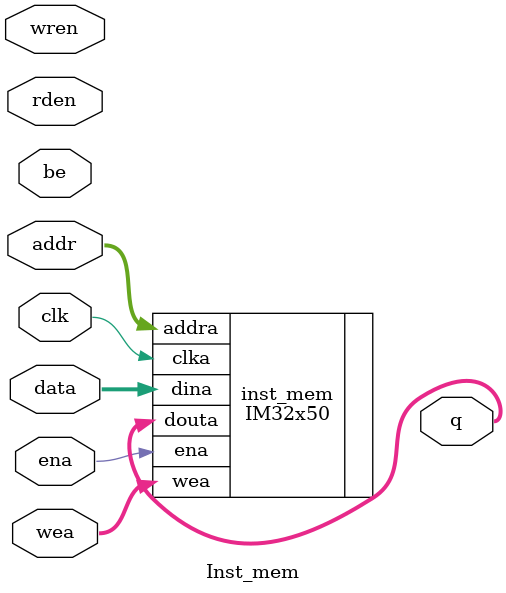
<source format=v>
/* ****************************************************************************
SPDX-FileCopyrightText: 2022 Jiho Kim <jhkim_ms@kau.kr>
SPDX-License-Identifier: CERN-OHL-S-2.0 or any later version

-- (C) Copyright 2022 Jiho Kim - All rights reserved.
-- Source file: Mem_Top.v           
-- Date:        December 2022
-- Author:      Jiho Kim
-- Description: Top modules of memory of ROSETTA
-- Language:    Verilog-2001
-- Simulation:  Synopsys - VCS
-- Synthesis:   Xilinst-Vivado 
-- License:     This project is licensed with the CERN Open Hardware Licence
--              v1.2.  You may redistribute and modify this project under the
--              terms of the CERN OHL v.1.2. (http://ohwr.org/cernohl).
--              This project is distributed WITHOUT ANY EXPRESS OR IMPLIED
--              WARRANTY, INCLUDING OF MERCHANTABILITY, SATISFACTORY QUALITY
--              AND FITNESS FOR A PARTICULAR PURPOSE. Please see the CERN OHL
--              v.1.2 for applicable Conditions.
-- ***************************************************************************/

module Act_mem #(
        parameter WIDTH = 512,
        parameter ADDR_WIDTH = 3,
        parameter P = 64
)( 
        input   wire                        enable,
        input   wire    [ADDR_WIDTH-1:0]    addr_a, addr_b, 
        input   wire    [WIDTH/8-1:0]       i_be_a,   i_be_b,
        input   wire    [P-1:0]             i_cs_a, i_cs_b,
        input   wire    [WIDTH-1:0]         data_a, data_b,
        input   wire                        wren_a, wren_b,
        output  wire    [WIDTH-1:0]         q_a, q_b,
        input   wire                        clock
);

    generate 
        genvar idx;
        for(idx = 0; idx < P; idx = idx+1) begin : act_mem

        `ifdef _QUARTUS
            Dual_Port_SRAM8b7 act_mem(
                .address_a(addr_a),
                .address_b(addr_b),
                .clock(clock),
                .data_a(data_a[8*(idx+1)-1:8*idx]),
                .data_b(data_b[8*(idx+1)-1:8*idx]),
                .wren_a(wren_a & i_be_a[idx]),
                .wren_b(wren_b & i_be_b[idx]),
                .q_a(q_a[8*(idx+1)-1:8*idx]),
                .q_b(q_b[8*(idx+1)-1:8*idx])
            );

        `elsif _RTLSIM
            Dual_Port_SRAM act_mem(
                .address_a(addr_a),
                .address_b(addr_b),
                .clock(clock),
                .enable((i_cs_a[63-idx] | i_cs_b[63-idx]) & enable),
                .data_a(data_a[8*(idx+1)-1:8*idx]),
                .data_b(data_b[8*(idx+1)-1:8*idx]),
                .wren_a(wren_a & i_be_a[idx]),
                .wren_b(wren_b & i_be_b[idx]),
                .q_a(q_a[8*(idx+1)-1:8*idx]),
                .q_b(q_b[8*(idx+1)-1:8*idx])
            );

        `else   
            AM8x16 act_mem (
                .clka(clock),                      
                .ena(i_cs_a[idx] & enable),       
                .wea(wren_a & i_be_a[idx]),       
                .addra(addr_a),                
                .dina(data_a[8*(idx+1)-1:8*idx]), 
                .douta(q_a[8*(idx+1)-1:8*idx]),   
                .clkb(clock),                     
                .enb(i_cs_b[idx] & enable),       
                .web(wren_b & i_be_b[idx]),       
                .addrb(addr_b),                
                .dinb(data_b[8*(idx+1)-1:8*idx]), 
                .doutb(q_b[8*(idx+1)-1:8*idx])    
            );
        `endif

        end        
    endgenerate

endmodule

module Wght_mem #(
        parameter WIDTH = 512,
        parameter ADDR_WIDTH = 11,
        parameter P = 64
)( 
        input   wire                        ena,
        input   wire    [ADDR_WIDTH-1:0]    addr, 
        input   wire    [WIDTH/8-1:0]       be, 
        input   wire    [P-1:0]             wea, 
        input   wire    [WIDTH-1:0]         data, 
        input   wire                        wren, 
        input   wire                        rden, 
        output  wire    [WIDTH-1:0]         q,
        input   wire                        clk
);

    `ifdef _QUARTUS
        Single_Port_SRAM512b1536 weight_mem(
                .address(addr),
                .byteena(be),
                .clock(clk),
                .clken(ena),
                .data(data),
                .rden(rden),
                .wren(wren),
                .q(q)
        );

    `elsif _RTLSIM
        Single_Port_SRAM #(
                .BYTE(8),
                .NUM_BYTE_IN_WORD(P*8/8),
                .DEPTH(1556),
                .ADDR_WIDTH(11)
        ) weight_mem(
                .address(addr),
                .byteena(be),
                .clock(clk),
                .clken(ena),
                .data(data),
                .rden(rden),
                .wren(wren),
                .q(q)
        );

    `else       
        WM512x1536 weight_mem (
                .clka(clk),
                .ena(ena),
                .wea(wea),
                .addra(addr),
                .dina(data),
                .douta(q)
        );

    `endif

endmodule

module Bias_mem #(
        parameter WIDTH = 512,
        parameter ADDR_WIDTH = 5,
        parameter P = 64
)( 
        input   wire                        ena,
        input   wire    [ADDR_WIDTH-1:0]    addr, 
        input   wire    [WIDTH/8-1:0]       be, 
        input   wire    [P-1:0]             wea, 
        input   wire    [WIDTH-1:0]         data, 
        input   wire                        wren, 
        input   wire                        rden, 
        output  wire    [WIDTH-1:0]         q,
        input   wire                        clk
);

    `ifdef _QUARTUS
        Single_Port_SRAM512b8 bias_mem(
                .address(addr),
                .byteena(be),
                .clock(clk),
                .clken(ena),
                .data(data),
                .rden(rden),        
                .wren(wren),
                .q(q)
        );
 
    `elsif _RTLSIM
        Single_Port_SRAM #(
                .BYTE(8),
                .NUM_BYTE_IN_WORD(P*8/8),
                .DEPTH(8),
                .ADDR_WIDTH(5)
        ) bias_mem(
                .address(addr),
                .byteena(be),
                .clock(clk),
                .clken(ena),
                .data(data),
                .rden(rden),        
                .wren(wren),
                .q(q)
        );

    `else       
        BM512x8 bias_mem (
                .clka(clk),
                .ena(ena),
                .wea(wea),
                .addra(addr[2:0]),
                .dina(data),
                .douta(q)
        );

    `endif

endmodule

module Inst_mem #(
        parameter WIDTH = 32,
        parameter ADDR_WIDTH = 8
)( 
        input   wire                        ena,
        input   wire    [ADDR_WIDTH-1:0]    addr, 
        input   wire    [WIDTH/8-1:0]       be, 
        input   wire    [3:0]               wea, 
        input   wire    [WIDTH-1:0]         data, 
        input   wire                        wren, 
        input   wire                        rden, 
        output  wire    [WIDTH-1:0]         q,
        input   wire                        clk
);

    `ifdef _QUARTUS
        Single_Port_SRAM32b50 inst_mem(
                .address(addr),
                .byteena(be),
                .clock(clk),
                .clken(ena),
                .data(data),
                .rden(rden),        
                .wren(wren),
                .q(q)
        );

    `elsif _RTLSIM
        Single_Port_SRAM #(
                .BYTE(8),
                .NUM_BYTE_IN_WORD(32/8),
                .DEPTH(50),
                .ADDR_WIDTH(8)
        ) inst_mem(
                .address(addr),
                .byteena(be),
                .clock(clk),
                .clken(ena),
                .data(data),
                .rden(rden),        
                .wren(wren),
                .q(q)
        );

    `else       
        IM32x50 inst_mem (
                .clka(clk),
                .ena(ena),
                .wea(wea),
                .addra(addr),
                .dina(data),
                .douta(q)
        );

    `endif


endmodule
</source>
